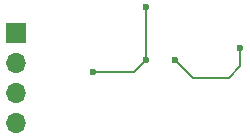
<source format=gbr>
%TF.GenerationSoftware,KiCad,Pcbnew,9.0.0*%
%TF.CreationDate,2025-10-01T23:53:17-07:00*%
%TF.ProjectId,gc10nxbaro,67633130-6e78-4626-9172-6f2e6b696361,rev?*%
%TF.SameCoordinates,Original*%
%TF.FileFunction,Copper,L2,Bot*%
%TF.FilePolarity,Positive*%
%FSLAX46Y46*%
G04 Gerber Fmt 4.6, Leading zero omitted, Abs format (unit mm)*
G04 Created by KiCad (PCBNEW 9.0.0) date 2025-10-01 23:53:17*
%MOMM*%
%LPD*%
G01*
G04 APERTURE LIST*
%TA.AperFunction,ComponentPad*%
%ADD10R,1.700000X1.700000*%
%TD*%
%TA.AperFunction,ComponentPad*%
%ADD11O,1.700000X1.700000*%
%TD*%
%TA.AperFunction,ViaPad*%
%ADD12C,0.600000*%
%TD*%
%TA.AperFunction,Conductor*%
%ADD13C,0.200000*%
%TD*%
G04 APERTURE END LIST*
D10*
%TO.P,J1,1,Pin_1*%
%TO.N,/SDA*%
X127000000Y-66200000D03*
D11*
%TO.P,J1,2,Pin_2*%
%TO.N,/SCL*%
X127000000Y-68740000D03*
%TO.P,J1,3,Pin_3*%
%TO.N,VCC*%
X127000000Y-71280000D03*
%TO.P,J1,4,Pin_4*%
%TO.N,GND*%
X127000000Y-73820000D03*
%TD*%
D12*
%TO.N,+3V3*%
X138000000Y-64000000D03*
X138000000Y-68500000D03*
X133500000Y-69500000D03*
%TO.N,GND*%
X146000000Y-67500000D03*
X140500000Y-68500000D03*
%TD*%
D13*
%TO.N,+3V3*%
X138000000Y-64000000D02*
X138000000Y-68500000D01*
X133500000Y-69500000D02*
X137000000Y-69500000D01*
X137000000Y-69500000D02*
X138000000Y-68500000D01*
%TO.N,GND*%
X142000000Y-70000000D02*
X140500000Y-68500000D01*
X145000000Y-70000000D02*
X142000000Y-70000000D01*
X146000000Y-67500000D02*
X146000000Y-69000000D01*
X146000000Y-69000000D02*
X145000000Y-70000000D01*
%TD*%
M02*

</source>
